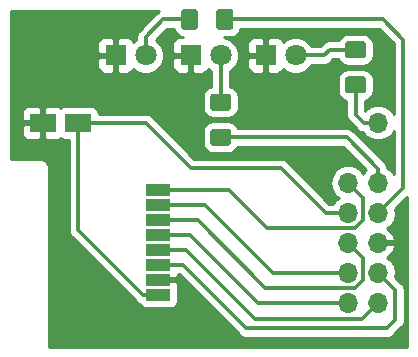
<source format=gbr>
G04 #@! TF.GenerationSoftware,KiCad,Pcbnew,(5.0.2)-1*
G04 #@! TF.CreationDate,2019-01-29T22:45:46+01:00*
G04 #@! TF.ProjectId,rpi_nrf24,7270695f-6e72-4663-9234-2e6b69636164,rev?*
G04 #@! TF.SameCoordinates,Original*
G04 #@! TF.FileFunction,Copper,L1,Top*
G04 #@! TF.FilePolarity,Positive*
%FSLAX46Y46*%
G04 Gerber Fmt 4.6, Leading zero omitted, Abs format (unit mm)*
G04 Created by KiCad (PCBNEW (5.0.2)-1) date 29/01/2019 22:45:46*
%MOMM*%
%LPD*%
G01*
G04 APERTURE LIST*
G04 #@! TA.AperFunction,Conductor*
%ADD10C,0.100000*%
G04 #@! TD*
G04 #@! TA.AperFunction,SMDPad,CuDef*
%ADD11C,1.425000*%
G04 #@! TD*
G04 #@! TA.AperFunction,ComponentPad*
%ADD12O,1.700000X1.700000*%
G04 #@! TD*
G04 #@! TA.AperFunction,SMDPad,CuDef*
%ADD13R,2.200000X1.600000*%
G04 #@! TD*
G04 #@! TA.AperFunction,ComponentPad*
%ADD14R,1.800000X1.800000*%
G04 #@! TD*
G04 #@! TA.AperFunction,ComponentPad*
%ADD15C,1.800000*%
G04 #@! TD*
G04 #@! TA.AperFunction,SMDPad,CuDef*
%ADD16R,2.000000X1.000000*%
G04 #@! TD*
G04 #@! TA.AperFunction,Conductor*
%ADD17C,0.300000*%
G04 #@! TD*
G04 #@! TA.AperFunction,Conductor*
%ADD18C,0.254000*%
G04 #@! TD*
G04 APERTURE END LIST*
D10*
G04 #@! TO.N,Net-(J1-Pad18)*
G04 #@! TO.C,R3*
G36*
X118941504Y-42695198D02*
X118965773Y-42698798D01*
X118989571Y-42704759D01*
X119012671Y-42713024D01*
X119034849Y-42723514D01*
X119055893Y-42736127D01*
X119075598Y-42750741D01*
X119093777Y-42767217D01*
X119110253Y-42785396D01*
X119124867Y-42805101D01*
X119137480Y-42826145D01*
X119147970Y-42848323D01*
X119156235Y-42871423D01*
X119162196Y-42895221D01*
X119165796Y-42919490D01*
X119167000Y-42943994D01*
X119167000Y-44193994D01*
X119165796Y-44218498D01*
X119162196Y-44242767D01*
X119156235Y-44266565D01*
X119147970Y-44289665D01*
X119137480Y-44311843D01*
X119124867Y-44332887D01*
X119110253Y-44352592D01*
X119093777Y-44370771D01*
X119075598Y-44387247D01*
X119055893Y-44401861D01*
X119034849Y-44414474D01*
X119012671Y-44424964D01*
X118989571Y-44433229D01*
X118965773Y-44439190D01*
X118941504Y-44442790D01*
X118917000Y-44443994D01*
X117992000Y-44443994D01*
X117967496Y-44442790D01*
X117943227Y-44439190D01*
X117919429Y-44433229D01*
X117896329Y-44424964D01*
X117874151Y-44414474D01*
X117853107Y-44401861D01*
X117833402Y-44387247D01*
X117815223Y-44370771D01*
X117798747Y-44352592D01*
X117784133Y-44332887D01*
X117771520Y-44311843D01*
X117761030Y-44289665D01*
X117752765Y-44266565D01*
X117746804Y-44242767D01*
X117743204Y-44218498D01*
X117742000Y-44193994D01*
X117742000Y-42943994D01*
X117743204Y-42919490D01*
X117746804Y-42895221D01*
X117752765Y-42871423D01*
X117761030Y-42848323D01*
X117771520Y-42826145D01*
X117784133Y-42805101D01*
X117798747Y-42785396D01*
X117815223Y-42767217D01*
X117833402Y-42750741D01*
X117853107Y-42736127D01*
X117874151Y-42723514D01*
X117896329Y-42713024D01*
X117919429Y-42704759D01*
X117943227Y-42698798D01*
X117967496Y-42695198D01*
X117992000Y-42693994D01*
X118917000Y-42693994D01*
X118941504Y-42695198D01*
X118941504Y-42695198D01*
G37*
D11*
G04 #@! TD*
G04 #@! TO.P,R3,2*
G04 #@! TO.N,Net-(J1-Pad18)*
X118454500Y-43568994D03*
D10*
G04 #@! TO.N,Net-(D3-Pad2)*
G04 #@! TO.C,R3*
G36*
X115966504Y-42695198D02*
X115990773Y-42698798D01*
X116014571Y-42704759D01*
X116037671Y-42713024D01*
X116059849Y-42723514D01*
X116080893Y-42736127D01*
X116100598Y-42750741D01*
X116118777Y-42767217D01*
X116135253Y-42785396D01*
X116149867Y-42805101D01*
X116162480Y-42826145D01*
X116172970Y-42848323D01*
X116181235Y-42871423D01*
X116187196Y-42895221D01*
X116190796Y-42919490D01*
X116192000Y-42943994D01*
X116192000Y-44193994D01*
X116190796Y-44218498D01*
X116187196Y-44242767D01*
X116181235Y-44266565D01*
X116172970Y-44289665D01*
X116162480Y-44311843D01*
X116149867Y-44332887D01*
X116135253Y-44352592D01*
X116118777Y-44370771D01*
X116100598Y-44387247D01*
X116080893Y-44401861D01*
X116059849Y-44414474D01*
X116037671Y-44424964D01*
X116014571Y-44433229D01*
X115990773Y-44439190D01*
X115966504Y-44442790D01*
X115942000Y-44443994D01*
X115017000Y-44443994D01*
X114992496Y-44442790D01*
X114968227Y-44439190D01*
X114944429Y-44433229D01*
X114921329Y-44424964D01*
X114899151Y-44414474D01*
X114878107Y-44401861D01*
X114858402Y-44387247D01*
X114840223Y-44370771D01*
X114823747Y-44352592D01*
X114809133Y-44332887D01*
X114796520Y-44311843D01*
X114786030Y-44289665D01*
X114777765Y-44266565D01*
X114771804Y-44242767D01*
X114768204Y-44218498D01*
X114767000Y-44193994D01*
X114767000Y-42943994D01*
X114768204Y-42919490D01*
X114771804Y-42895221D01*
X114777765Y-42871423D01*
X114786030Y-42848323D01*
X114796520Y-42826145D01*
X114809133Y-42805101D01*
X114823747Y-42785396D01*
X114840223Y-42767217D01*
X114858402Y-42750741D01*
X114878107Y-42736127D01*
X114899151Y-42723514D01*
X114921329Y-42713024D01*
X114944429Y-42704759D01*
X114968227Y-42698798D01*
X114992496Y-42695198D01*
X115017000Y-42693994D01*
X115942000Y-42693994D01*
X115966504Y-42695198D01*
X115966504Y-42695198D01*
G37*
D11*
G04 #@! TD*
G04 #@! TO.P,R3,1*
G04 #@! TO.N,Net-(D3-Pad2)*
X115479500Y-43568994D03*
D10*
G04 #@! TO.N,Net-(J1-Pad12)*
G04 #@! TO.C,R1*
G36*
X130189504Y-48401204D02*
X130213773Y-48404804D01*
X130237571Y-48410765D01*
X130260671Y-48419030D01*
X130282849Y-48429520D01*
X130303893Y-48442133D01*
X130323598Y-48456747D01*
X130341777Y-48473223D01*
X130358253Y-48491402D01*
X130372867Y-48511107D01*
X130385480Y-48532151D01*
X130395970Y-48554329D01*
X130404235Y-48577429D01*
X130410196Y-48601227D01*
X130413796Y-48625496D01*
X130415000Y-48650000D01*
X130415000Y-49575000D01*
X130413796Y-49599504D01*
X130410196Y-49623773D01*
X130404235Y-49647571D01*
X130395970Y-49670671D01*
X130385480Y-49692849D01*
X130372867Y-49713893D01*
X130358253Y-49733598D01*
X130341777Y-49751777D01*
X130323598Y-49768253D01*
X130303893Y-49782867D01*
X130282849Y-49795480D01*
X130260671Y-49805970D01*
X130237571Y-49814235D01*
X130213773Y-49820196D01*
X130189504Y-49823796D01*
X130165000Y-49825000D01*
X128915000Y-49825000D01*
X128890496Y-49823796D01*
X128866227Y-49820196D01*
X128842429Y-49814235D01*
X128819329Y-49805970D01*
X128797151Y-49795480D01*
X128776107Y-49782867D01*
X128756402Y-49768253D01*
X128738223Y-49751777D01*
X128721747Y-49733598D01*
X128707133Y-49713893D01*
X128694520Y-49692849D01*
X128684030Y-49670671D01*
X128675765Y-49647571D01*
X128669804Y-49623773D01*
X128666204Y-49599504D01*
X128665000Y-49575000D01*
X128665000Y-48650000D01*
X128666204Y-48625496D01*
X128669804Y-48601227D01*
X128675765Y-48577429D01*
X128684030Y-48554329D01*
X128694520Y-48532151D01*
X128707133Y-48511107D01*
X128721747Y-48491402D01*
X128738223Y-48473223D01*
X128756402Y-48456747D01*
X128776107Y-48442133D01*
X128797151Y-48429520D01*
X128819329Y-48419030D01*
X128842429Y-48410765D01*
X128866227Y-48404804D01*
X128890496Y-48401204D01*
X128915000Y-48400000D01*
X130165000Y-48400000D01*
X130189504Y-48401204D01*
X130189504Y-48401204D01*
G37*
D11*
G04 #@! TD*
G04 #@! TO.P,R1,2*
G04 #@! TO.N,Net-(J1-Pad12)*
X129540000Y-49112500D03*
D10*
G04 #@! TO.N,Net-(D1-Pad2)*
G04 #@! TO.C,R1*
G36*
X130189504Y-45426204D02*
X130213773Y-45429804D01*
X130237571Y-45435765D01*
X130260671Y-45444030D01*
X130282849Y-45454520D01*
X130303893Y-45467133D01*
X130323598Y-45481747D01*
X130341777Y-45498223D01*
X130358253Y-45516402D01*
X130372867Y-45536107D01*
X130385480Y-45557151D01*
X130395970Y-45579329D01*
X130404235Y-45602429D01*
X130410196Y-45626227D01*
X130413796Y-45650496D01*
X130415000Y-45675000D01*
X130415000Y-46600000D01*
X130413796Y-46624504D01*
X130410196Y-46648773D01*
X130404235Y-46672571D01*
X130395970Y-46695671D01*
X130385480Y-46717849D01*
X130372867Y-46738893D01*
X130358253Y-46758598D01*
X130341777Y-46776777D01*
X130323598Y-46793253D01*
X130303893Y-46807867D01*
X130282849Y-46820480D01*
X130260671Y-46830970D01*
X130237571Y-46839235D01*
X130213773Y-46845196D01*
X130189504Y-46848796D01*
X130165000Y-46850000D01*
X128915000Y-46850000D01*
X128890496Y-46848796D01*
X128866227Y-46845196D01*
X128842429Y-46839235D01*
X128819329Y-46830970D01*
X128797151Y-46820480D01*
X128776107Y-46807867D01*
X128756402Y-46793253D01*
X128738223Y-46776777D01*
X128721747Y-46758598D01*
X128707133Y-46738893D01*
X128694520Y-46717849D01*
X128684030Y-46695671D01*
X128675765Y-46672571D01*
X128669804Y-46648773D01*
X128666204Y-46624504D01*
X128665000Y-46600000D01*
X128665000Y-45675000D01*
X128666204Y-45650496D01*
X128669804Y-45626227D01*
X128675765Y-45602429D01*
X128684030Y-45579329D01*
X128694520Y-45557151D01*
X128707133Y-45536107D01*
X128721747Y-45516402D01*
X128738223Y-45498223D01*
X128756402Y-45481747D01*
X128776107Y-45467133D01*
X128797151Y-45454520D01*
X128819329Y-45444030D01*
X128842429Y-45435765D01*
X128866227Y-45429804D01*
X128890496Y-45426204D01*
X128915000Y-45425000D01*
X130165000Y-45425000D01*
X130189504Y-45426204D01*
X130189504Y-45426204D01*
G37*
D11*
G04 #@! TD*
G04 #@! TO.P,R1,1*
G04 #@! TO.N,Net-(D1-Pad2)*
X129540000Y-46137500D03*
D10*
G04 #@! TO.N,Net-(J1-Pad16)*
G04 #@! TO.C,R2*
G36*
X118759504Y-52846204D02*
X118783773Y-52849804D01*
X118807571Y-52855765D01*
X118830671Y-52864030D01*
X118852849Y-52874520D01*
X118873893Y-52887133D01*
X118893598Y-52901747D01*
X118911777Y-52918223D01*
X118928253Y-52936402D01*
X118942867Y-52956107D01*
X118955480Y-52977151D01*
X118965970Y-52999329D01*
X118974235Y-53022429D01*
X118980196Y-53046227D01*
X118983796Y-53070496D01*
X118985000Y-53095000D01*
X118985000Y-54020000D01*
X118983796Y-54044504D01*
X118980196Y-54068773D01*
X118974235Y-54092571D01*
X118965970Y-54115671D01*
X118955480Y-54137849D01*
X118942867Y-54158893D01*
X118928253Y-54178598D01*
X118911777Y-54196777D01*
X118893598Y-54213253D01*
X118873893Y-54227867D01*
X118852849Y-54240480D01*
X118830671Y-54250970D01*
X118807571Y-54259235D01*
X118783773Y-54265196D01*
X118759504Y-54268796D01*
X118735000Y-54270000D01*
X117485000Y-54270000D01*
X117460496Y-54268796D01*
X117436227Y-54265196D01*
X117412429Y-54259235D01*
X117389329Y-54250970D01*
X117367151Y-54240480D01*
X117346107Y-54227867D01*
X117326402Y-54213253D01*
X117308223Y-54196777D01*
X117291747Y-54178598D01*
X117277133Y-54158893D01*
X117264520Y-54137849D01*
X117254030Y-54115671D01*
X117245765Y-54092571D01*
X117239804Y-54068773D01*
X117236204Y-54044504D01*
X117235000Y-54020000D01*
X117235000Y-53095000D01*
X117236204Y-53070496D01*
X117239804Y-53046227D01*
X117245765Y-53022429D01*
X117254030Y-52999329D01*
X117264520Y-52977151D01*
X117277133Y-52956107D01*
X117291747Y-52936402D01*
X117308223Y-52918223D01*
X117326402Y-52901747D01*
X117346107Y-52887133D01*
X117367151Y-52874520D01*
X117389329Y-52864030D01*
X117412429Y-52855765D01*
X117436227Y-52849804D01*
X117460496Y-52846204D01*
X117485000Y-52845000D01*
X118735000Y-52845000D01*
X118759504Y-52846204D01*
X118759504Y-52846204D01*
G37*
D11*
G04 #@! TD*
G04 #@! TO.P,R2,2*
G04 #@! TO.N,Net-(J1-Pad16)*
X118110000Y-53557500D03*
D10*
G04 #@! TO.N,Net-(D2-Pad2)*
G04 #@! TO.C,R2*
G36*
X118759504Y-49871204D02*
X118783773Y-49874804D01*
X118807571Y-49880765D01*
X118830671Y-49889030D01*
X118852849Y-49899520D01*
X118873893Y-49912133D01*
X118893598Y-49926747D01*
X118911777Y-49943223D01*
X118928253Y-49961402D01*
X118942867Y-49981107D01*
X118955480Y-50002151D01*
X118965970Y-50024329D01*
X118974235Y-50047429D01*
X118980196Y-50071227D01*
X118983796Y-50095496D01*
X118985000Y-50120000D01*
X118985000Y-51045000D01*
X118983796Y-51069504D01*
X118980196Y-51093773D01*
X118974235Y-51117571D01*
X118965970Y-51140671D01*
X118955480Y-51162849D01*
X118942867Y-51183893D01*
X118928253Y-51203598D01*
X118911777Y-51221777D01*
X118893598Y-51238253D01*
X118873893Y-51252867D01*
X118852849Y-51265480D01*
X118830671Y-51275970D01*
X118807571Y-51284235D01*
X118783773Y-51290196D01*
X118759504Y-51293796D01*
X118735000Y-51295000D01*
X117485000Y-51295000D01*
X117460496Y-51293796D01*
X117436227Y-51290196D01*
X117412429Y-51284235D01*
X117389329Y-51275970D01*
X117367151Y-51265480D01*
X117346107Y-51252867D01*
X117326402Y-51238253D01*
X117308223Y-51221777D01*
X117291747Y-51203598D01*
X117277133Y-51183893D01*
X117264520Y-51162849D01*
X117254030Y-51140671D01*
X117245765Y-51117571D01*
X117239804Y-51093773D01*
X117236204Y-51069504D01*
X117235000Y-51045000D01*
X117235000Y-50120000D01*
X117236204Y-50095496D01*
X117239804Y-50071227D01*
X117245765Y-50047429D01*
X117254030Y-50024329D01*
X117264520Y-50002151D01*
X117277133Y-49981107D01*
X117291747Y-49961402D01*
X117308223Y-49943223D01*
X117326402Y-49926747D01*
X117346107Y-49912133D01*
X117367151Y-49899520D01*
X117389329Y-49889030D01*
X117412429Y-49880765D01*
X117436227Y-49874804D01*
X117460496Y-49871204D01*
X117485000Y-49870000D01*
X118735000Y-49870000D01*
X118759504Y-49871204D01*
X118759504Y-49871204D01*
G37*
D11*
G04 #@! TD*
G04 #@! TO.P,R2,1*
G04 #@! TO.N,Net-(D2-Pad2)*
X118110000Y-50582500D03*
D12*
G04 #@! TO.P,J1,12*
G04 #@! TO.N,Net-(J1-Pad12)*
X131445000Y-52331994D03*
G04 #@! TO.P,J1,15*
G04 #@! TO.N,Net-(J1-Pad15)*
X128905000Y-57411994D03*
G04 #@! TO.P,J1,16*
G04 #@! TO.N,Net-(J1-Pad16)*
X131445000Y-57411994D03*
G04 #@! TO.P,J1,17*
G04 #@! TO.N,Net-(C1-Pad1)*
X128905000Y-59951994D03*
G04 #@! TO.P,J1,18*
G04 #@! TO.N,Net-(J1-Pad18)*
X131445000Y-59951994D03*
G04 #@! TO.P,J1,19*
G04 #@! TO.N,Net-(J1-Pad19)*
X128905000Y-62491994D03*
G04 #@! TO.P,J1,20*
G04 #@! TO.N,Net-(C1-Pad2)*
X131445000Y-62491994D03*
G04 #@! TO.P,J1,21*
G04 #@! TO.N,Net-(J1-Pad21)*
X128905000Y-65031994D03*
G04 #@! TO.P,J1,22*
G04 #@! TO.N,Net-(J1-Pad22)*
X131445000Y-65031994D03*
G04 #@! TO.P,J1,23*
G04 #@! TO.N,Net-(J1-Pad23)*
X128905000Y-67571994D03*
G04 #@! TO.P,J1,24*
G04 #@! TO.N,Net-(J1-Pad24)*
X131445000Y-67571994D03*
G04 #@! TD*
D13*
G04 #@! TO.P,C1,1*
G04 #@! TO.N,Net-(C1-Pad1)*
X106045000Y-52331994D03*
G04 #@! TO.P,C1,2*
G04 #@! TO.N,Net-(C1-Pad2)*
X103045000Y-52331994D03*
G04 #@! TD*
D14*
G04 #@! TO.P,D1,1*
G04 #@! TO.N,Net-(C1-Pad2)*
X121920000Y-46616994D03*
D15*
G04 #@! TO.P,D1,2*
G04 #@! TO.N,Net-(D1-Pad2)*
X124460000Y-46616994D03*
G04 #@! TD*
G04 #@! TO.P,D2,2*
G04 #@! TO.N,Net-(D2-Pad2)*
X118110000Y-46616994D03*
D14*
G04 #@! TO.P,D2,1*
G04 #@! TO.N,Net-(C1-Pad2)*
X115570000Y-46616994D03*
G04 #@! TD*
G04 #@! TO.P,D3,1*
G04 #@! TO.N,Net-(C1-Pad2)*
X109220000Y-46616994D03*
D15*
G04 #@! TO.P,D3,2*
G04 #@! TO.N,Net-(D3-Pad2)*
X111760000Y-46616994D03*
G04 #@! TD*
D16*
G04 #@! TO.P,U1,8*
G04 #@! TO.N,Net-(J1-Pad15)*
X112840000Y-58001994D03*
G04 #@! TO.P,U1,7*
G04 #@! TO.N,Net-(J1-Pad21)*
X112840000Y-59271994D03*
G04 #@! TO.P,U1,6*
G04 #@! TO.N,Net-(J1-Pad19)*
X112840000Y-60541994D03*
G04 #@! TO.P,U1,5*
G04 #@! TO.N,Net-(J1-Pad23)*
X112840000Y-61811994D03*
G04 #@! TO.P,U1,4*
G04 #@! TO.N,Net-(J1-Pad24)*
X112840000Y-63081994D03*
G04 #@! TO.P,U1,3*
G04 #@! TO.N,Net-(J1-Pad22)*
X112840000Y-64351994D03*
G04 #@! TO.P,U1,1*
G04 #@! TO.N,Net-(C1-Pad2)*
X112840000Y-65621994D03*
G04 #@! TO.P,U1,2*
G04 #@! TO.N,Net-(C1-Pad1)*
X112840000Y-66891994D03*
G04 #@! TD*
D17*
G04 #@! TO.N,Net-(C1-Pad1)*
X106045000Y-53431994D02*
X106045000Y-52331994D01*
X106045000Y-61396994D02*
X106045000Y-53431994D01*
X111540000Y-66891994D02*
X106045000Y-61396994D01*
X112840000Y-66891994D02*
X111540000Y-66891994D01*
X127000000Y-59951994D02*
X128905000Y-59951994D01*
X123190000Y-56141994D02*
X127000000Y-59951994D01*
X115570000Y-56141994D02*
X123190000Y-56141994D01*
X106045000Y-52331994D02*
X111760000Y-52331994D01*
X111760000Y-52331994D02*
X115570000Y-56141994D01*
G04 #@! TO.N,Net-(D1-Pad2)*
X129540000Y-46137500D02*
X127344500Y-46137500D01*
X126865006Y-46616994D02*
X124460000Y-46616994D01*
X127344500Y-46137500D02*
X126865006Y-46616994D01*
G04 #@! TO.N,Net-(D2-Pad2)*
X118110000Y-50582500D02*
X118110000Y-46616994D01*
G04 #@! TO.N,Net-(D3-Pad2)*
X113276006Y-43568994D02*
X115479500Y-43568994D01*
X111760000Y-46616994D02*
X111760000Y-45085000D01*
X111760000Y-45085000D02*
X113276006Y-43568994D01*
G04 #@! TO.N,Net-(J1-Pad12)*
X131295000Y-52481994D02*
X131445000Y-52331994D01*
X129540000Y-49925000D02*
X129540000Y-49112500D01*
X129540000Y-51629075D02*
X129540000Y-49925000D01*
X130242919Y-52331994D02*
X129540000Y-51629075D01*
X131445000Y-52331994D02*
X130242919Y-52331994D01*
G04 #@! TO.N,Net-(J1-Pad15)*
X112840000Y-58001994D02*
X118827000Y-58001994D01*
X129754999Y-58261993D02*
X128905000Y-57411994D01*
X130155001Y-58661995D02*
X129754999Y-58261993D01*
X130155001Y-60551995D02*
X130155001Y-58661995D01*
X129505001Y-61201995D02*
X130155001Y-60551995D01*
X122027001Y-61201995D02*
X129505001Y-61201995D01*
X118827000Y-58001994D02*
X122027001Y-61201995D01*
G04 #@! TO.N,Net-(J1-Pad16)*
X128792587Y-53557500D02*
X118110000Y-53557500D01*
X131445000Y-57411994D02*
X131445000Y-56209913D01*
X131445000Y-56209913D02*
X128792587Y-53557500D01*
G04 #@! TO.N,Net-(J1-Pad18)*
X131833994Y-43568994D02*
X118454500Y-43568994D01*
X133540500Y-45275500D02*
X131833994Y-43568994D01*
X131445000Y-59951994D02*
X133540500Y-57856494D01*
X133540500Y-57856494D02*
X133540500Y-45275500D01*
G04 #@! TO.N,Net-(J1-Pad19)*
X116160000Y-60541994D02*
X112840000Y-60541994D01*
X121900001Y-66281995D02*
X116160000Y-60541994D01*
X129505001Y-66281995D02*
X121900001Y-66281995D01*
X130155001Y-65631995D02*
X129505001Y-66281995D01*
X128905000Y-62491994D02*
X130155001Y-63741995D01*
X130155001Y-63741995D02*
X130155001Y-65631995D01*
G04 #@! TO.N,Net-(J1-Pad21)*
X122555000Y-65031994D02*
X128905000Y-65031994D01*
X112840000Y-59271994D02*
X116795000Y-59271994D01*
X116795000Y-59271994D02*
X122555000Y-65031994D01*
G04 #@! TO.N,Net-(J1-Pad22)*
X132294999Y-65881993D02*
X131445000Y-65031994D01*
X114890000Y-64351994D02*
X120269000Y-69730994D01*
X112840000Y-64351994D02*
X114890000Y-64351994D01*
X120269000Y-69730994D02*
X132207000Y-69730994D01*
X132207000Y-69730994D02*
X132905500Y-69032494D01*
X132905500Y-69032494D02*
X132905500Y-66492494D01*
X132905500Y-66492494D02*
X132294999Y-65881993D01*
G04 #@! TO.N,Net-(J1-Pad23)*
X121285000Y-67571994D02*
X128905000Y-67571994D01*
X112840000Y-61811994D02*
X115525000Y-61811994D01*
X115525000Y-61811994D02*
X121285000Y-67571994D01*
G04 #@! TO.N,Net-(J1-Pad24)*
X115151994Y-63081994D02*
X112840000Y-63081994D01*
X121031000Y-68961000D02*
X115151994Y-63081994D01*
X131445000Y-67571994D02*
X130055994Y-68961000D01*
X130055994Y-68961000D02*
X121031000Y-68961000D01*
G04 #@! TD*
D18*
G04 #@! TO.N,Net-(C1-Pad2)*
G36*
X112775597Y-42959245D02*
X112775595Y-42959247D01*
X112710053Y-43003041D01*
X112666259Y-43068583D01*
X111259590Y-44475253D01*
X111194048Y-44519047D01*
X111150254Y-44584589D01*
X111150251Y-44584592D01*
X111020546Y-44778709D01*
X110959622Y-45085000D01*
X110975001Y-45162316D01*
X110975001Y-45280680D01*
X110890493Y-45315684D01*
X110714139Y-45492038D01*
X110658327Y-45357295D01*
X110479698Y-45178667D01*
X110246309Y-45081994D01*
X109505750Y-45081994D01*
X109347000Y-45240744D01*
X109347000Y-46489994D01*
X109367000Y-46489994D01*
X109367000Y-46743994D01*
X109347000Y-46743994D01*
X109347000Y-47993244D01*
X109505750Y-48151994D01*
X110246309Y-48151994D01*
X110479698Y-48055321D01*
X110658327Y-47876693D01*
X110714139Y-47741950D01*
X110890493Y-47918304D01*
X111454670Y-48151994D01*
X112065330Y-48151994D01*
X112629507Y-47918304D01*
X113061310Y-47486501D01*
X113295000Y-46922324D01*
X113295000Y-46902744D01*
X114035000Y-46902744D01*
X114035000Y-47643304D01*
X114131673Y-47876693D01*
X114310302Y-48055321D01*
X114543691Y-48151994D01*
X115284250Y-48151994D01*
X115443000Y-47993244D01*
X115443000Y-46743994D01*
X114193750Y-46743994D01*
X114035000Y-46902744D01*
X113295000Y-46902744D01*
X113295000Y-46311664D01*
X113061310Y-45747487D01*
X112634490Y-45320667D01*
X113601164Y-44353994D01*
X114151386Y-44353994D01*
X114187874Y-44537429D01*
X114382414Y-44828580D01*
X114673565Y-45023120D01*
X114969542Y-45081994D01*
X114543691Y-45081994D01*
X114310302Y-45178667D01*
X114131673Y-45357295D01*
X114035000Y-45590684D01*
X114035000Y-46331244D01*
X114193750Y-46489994D01*
X115443000Y-46489994D01*
X115443000Y-46469994D01*
X115697000Y-46469994D01*
X115697000Y-46489994D01*
X115717000Y-46489994D01*
X115717000Y-46743994D01*
X115697000Y-46743994D01*
X115697000Y-47993244D01*
X115855750Y-48151994D01*
X116596309Y-48151994D01*
X116829698Y-48055321D01*
X117008327Y-47876693D01*
X117064139Y-47741950D01*
X117240493Y-47918304D01*
X117325001Y-47953308D01*
X117325000Y-49254386D01*
X117141565Y-49290874D01*
X116850414Y-49485414D01*
X116655874Y-49776565D01*
X116587560Y-50120000D01*
X116587560Y-51045000D01*
X116655874Y-51388435D01*
X116850414Y-51679586D01*
X117141565Y-51874126D01*
X117485000Y-51942440D01*
X118735000Y-51942440D01*
X119078435Y-51874126D01*
X119369586Y-51679586D01*
X119564126Y-51388435D01*
X119632440Y-51045000D01*
X119632440Y-50120000D01*
X119564126Y-49776565D01*
X119369586Y-49485414D01*
X119078435Y-49290874D01*
X118895000Y-49254386D01*
X118895000Y-47953308D01*
X118979507Y-47918304D01*
X119411310Y-47486501D01*
X119645000Y-46922324D01*
X119645000Y-46902744D01*
X120385000Y-46902744D01*
X120385000Y-47643304D01*
X120481673Y-47876693D01*
X120660302Y-48055321D01*
X120893691Y-48151994D01*
X121634250Y-48151994D01*
X121793000Y-47993244D01*
X121793000Y-46743994D01*
X120543750Y-46743994D01*
X120385000Y-46902744D01*
X119645000Y-46902744D01*
X119645000Y-46311664D01*
X119411310Y-45747487D01*
X119254507Y-45590684D01*
X120385000Y-45590684D01*
X120385000Y-46331244D01*
X120543750Y-46489994D01*
X121793000Y-46489994D01*
X121793000Y-45240744D01*
X122047000Y-45240744D01*
X122047000Y-46489994D01*
X122067000Y-46489994D01*
X122067000Y-46743994D01*
X122047000Y-46743994D01*
X122047000Y-47993244D01*
X122205750Y-48151994D01*
X122946309Y-48151994D01*
X123179698Y-48055321D01*
X123358327Y-47876693D01*
X123414139Y-47741950D01*
X123590493Y-47918304D01*
X124154670Y-48151994D01*
X124765330Y-48151994D01*
X125329507Y-47918304D01*
X125761310Y-47486501D01*
X125796314Y-47401994D01*
X126787694Y-47401994D01*
X126865006Y-47417372D01*
X126942318Y-47401994D01*
X126942322Y-47401994D01*
X127171298Y-47356448D01*
X127430959Y-47182947D01*
X127474755Y-47117402D01*
X127669657Y-46922500D01*
X128081710Y-46922500D01*
X128085874Y-46943435D01*
X128280414Y-47234586D01*
X128571565Y-47429126D01*
X128915000Y-47497440D01*
X130165000Y-47497440D01*
X130508435Y-47429126D01*
X130799586Y-47234586D01*
X130994126Y-46943435D01*
X131062440Y-46600000D01*
X131062440Y-45675000D01*
X130994126Y-45331565D01*
X130799586Y-45040414D01*
X130508435Y-44845874D01*
X130165000Y-44777560D01*
X128915000Y-44777560D01*
X128571565Y-44845874D01*
X128280414Y-45040414D01*
X128085874Y-45331565D01*
X128081710Y-45352500D01*
X127421812Y-45352500D01*
X127344500Y-45337122D01*
X127267188Y-45352500D01*
X127267184Y-45352500D01*
X127038208Y-45398046D01*
X126778547Y-45571547D01*
X126734751Y-45637092D01*
X126539849Y-45831994D01*
X125796314Y-45831994D01*
X125761310Y-45747487D01*
X125329507Y-45315684D01*
X124765330Y-45081994D01*
X124154670Y-45081994D01*
X123590493Y-45315684D01*
X123414139Y-45492038D01*
X123358327Y-45357295D01*
X123179698Y-45178667D01*
X122946309Y-45081994D01*
X122205750Y-45081994D01*
X122047000Y-45240744D01*
X121793000Y-45240744D01*
X121634250Y-45081994D01*
X120893691Y-45081994D01*
X120660302Y-45178667D01*
X120481673Y-45357295D01*
X120385000Y-45590684D01*
X119254507Y-45590684D01*
X118979507Y-45315684D01*
X118438120Y-45091434D01*
X118917000Y-45091434D01*
X119260435Y-45023120D01*
X119551586Y-44828580D01*
X119746126Y-44537429D01*
X119782614Y-44353994D01*
X131508837Y-44353994D01*
X132755501Y-45600659D01*
X132755500Y-51620368D01*
X132515625Y-51261369D01*
X132024418Y-50933155D01*
X131591256Y-50846994D01*
X131298744Y-50846994D01*
X130865582Y-50933155D01*
X130374375Y-51261369D01*
X130337555Y-51316473D01*
X130325000Y-51303918D01*
X130325000Y-50440614D01*
X130508435Y-50404126D01*
X130799586Y-50209586D01*
X130994126Y-49918435D01*
X131062440Y-49575000D01*
X131062440Y-48650000D01*
X130994126Y-48306565D01*
X130799586Y-48015414D01*
X130508435Y-47820874D01*
X130165000Y-47752560D01*
X128915000Y-47752560D01*
X128571565Y-47820874D01*
X128280414Y-48015414D01*
X128085874Y-48306565D01*
X128017560Y-48650000D01*
X128017560Y-49575000D01*
X128085874Y-49918435D01*
X128280414Y-50209586D01*
X128571565Y-50404126D01*
X128755001Y-50440614D01*
X128755000Y-51551763D01*
X128739622Y-51629075D01*
X128755000Y-51706387D01*
X128755000Y-51706390D01*
X128800546Y-51935366D01*
X128974047Y-52195028D01*
X129039592Y-52238824D01*
X129633170Y-52832402D01*
X129676966Y-52897947D01*
X129936627Y-53071448D01*
X130165603Y-53116994D01*
X130165607Y-53116994D01*
X130186273Y-53121105D01*
X130374375Y-53402619D01*
X130865582Y-53730833D01*
X131298744Y-53816994D01*
X131591256Y-53816994D01*
X132024418Y-53730833D01*
X132515625Y-53402619D01*
X132755500Y-53043620D01*
X132755500Y-56700367D01*
X132515625Y-56341369D01*
X132234111Y-56153267D01*
X132230000Y-56132601D01*
X132230000Y-56132597D01*
X132184454Y-55903621D01*
X132139072Y-55835702D01*
X132054749Y-55709504D01*
X132054747Y-55709502D01*
X132010953Y-55643960D01*
X131945411Y-55600166D01*
X129402336Y-53057092D01*
X129358540Y-52991547D01*
X129098879Y-52818046D01*
X128869903Y-52772500D01*
X128869899Y-52772500D01*
X128792587Y-52757122D01*
X128715275Y-52772500D01*
X119568290Y-52772500D01*
X119564126Y-52751565D01*
X119369586Y-52460414D01*
X119078435Y-52265874D01*
X118735000Y-52197560D01*
X117485000Y-52197560D01*
X117141565Y-52265874D01*
X116850414Y-52460414D01*
X116655874Y-52751565D01*
X116587560Y-53095000D01*
X116587560Y-54020000D01*
X116655874Y-54363435D01*
X116850414Y-54654586D01*
X117141565Y-54849126D01*
X117485000Y-54917440D01*
X118735000Y-54917440D01*
X119078435Y-54849126D01*
X119369586Y-54654586D01*
X119564126Y-54363435D01*
X119568290Y-54342500D01*
X128467430Y-54342500D01*
X130429479Y-56304550D01*
X130374375Y-56341369D01*
X130175000Y-56639755D01*
X129975625Y-56341369D01*
X129484418Y-56013155D01*
X129051256Y-55926994D01*
X128758744Y-55926994D01*
X128325582Y-56013155D01*
X127834375Y-56341369D01*
X127506161Y-56832576D01*
X127390908Y-57411994D01*
X127506161Y-57991412D01*
X127834375Y-58482619D01*
X128132761Y-58681994D01*
X127834375Y-58881369D01*
X127643526Y-59166994D01*
X127325157Y-59166994D01*
X123799749Y-55641586D01*
X123755953Y-55576041D01*
X123496292Y-55402540D01*
X123267316Y-55356994D01*
X123267312Y-55356994D01*
X123190000Y-55341616D01*
X123112688Y-55356994D01*
X115895157Y-55356994D01*
X112369749Y-51831586D01*
X112325953Y-51766041D01*
X112066292Y-51592540D01*
X111837316Y-51546994D01*
X111837312Y-51546994D01*
X111760000Y-51531616D01*
X111682688Y-51546994D01*
X107792440Y-51546994D01*
X107792440Y-51531994D01*
X107743157Y-51284229D01*
X107602809Y-51074185D01*
X107392765Y-50933837D01*
X107145000Y-50884554D01*
X104945000Y-50884554D01*
X104697235Y-50933837D01*
X104545953Y-51034921D01*
X104504698Y-50993667D01*
X104271309Y-50896994D01*
X103330750Y-50896994D01*
X103172000Y-51055744D01*
X103172000Y-52204994D01*
X103192000Y-52204994D01*
X103192000Y-52458994D01*
X103172000Y-52458994D01*
X103172000Y-53608244D01*
X103330750Y-53766994D01*
X104271309Y-53766994D01*
X104504698Y-53670321D01*
X104545953Y-53629067D01*
X104697235Y-53730151D01*
X104945000Y-53779434D01*
X105260001Y-53779434D01*
X105260000Y-61319682D01*
X105244622Y-61396994D01*
X105260000Y-61474306D01*
X105260000Y-61474309D01*
X105266759Y-61508287D01*
X105305546Y-61703285D01*
X105425124Y-61882245D01*
X105479047Y-61962947D01*
X105544592Y-62006743D01*
X110930251Y-67392402D01*
X110974047Y-67457947D01*
X111233708Y-67631448D01*
X111240457Y-67632790D01*
X111241843Y-67639759D01*
X111382191Y-67849803D01*
X111592235Y-67990151D01*
X111840000Y-68039434D01*
X113840000Y-68039434D01*
X114087765Y-67990151D01*
X114297809Y-67849803D01*
X114438157Y-67639759D01*
X114487440Y-67391994D01*
X114487440Y-66391994D01*
X114464095Y-66274630D01*
X114475000Y-66248303D01*
X114475000Y-65907744D01*
X114316250Y-65748994D01*
X113862322Y-65748994D01*
X113840000Y-65744554D01*
X112693000Y-65744554D01*
X112693000Y-65499434D01*
X113840000Y-65499434D01*
X113862322Y-65494994D01*
X114316250Y-65494994D01*
X114475000Y-65336244D01*
X114475000Y-65136994D01*
X114564843Y-65136994D01*
X119659251Y-70231402D01*
X119703047Y-70296947D01*
X119962708Y-70470448D01*
X120191684Y-70515994D01*
X120191688Y-70515994D01*
X120269000Y-70531372D01*
X120346312Y-70515994D01*
X132129688Y-70515994D01*
X132207000Y-70531372D01*
X132284312Y-70515994D01*
X132284316Y-70515994D01*
X132513292Y-70470448D01*
X132772953Y-70296947D01*
X132816749Y-70231402D01*
X133405911Y-69642241D01*
X133471453Y-69598447D01*
X133515247Y-69532905D01*
X133515249Y-69532903D01*
X133565385Y-69457869D01*
X133644954Y-69338786D01*
X133690500Y-69109810D01*
X133690500Y-69109806D01*
X133705878Y-69032495D01*
X133690500Y-68955184D01*
X133690500Y-66569806D01*
X133705878Y-66492494D01*
X133690500Y-66415182D01*
X133690500Y-66415178D01*
X133644954Y-66186202D01*
X133622462Y-66152540D01*
X133515249Y-65992085D01*
X133515247Y-65992083D01*
X133471453Y-65926541D01*
X133405910Y-65882747D01*
X132904750Y-65381587D01*
X132904748Y-65381584D01*
X132892075Y-65368911D01*
X132959092Y-65031994D01*
X132843839Y-64452576D01*
X132515625Y-63961369D01*
X132196522Y-63748151D01*
X132326358Y-63687177D01*
X132716645Y-63258918D01*
X132886476Y-62848884D01*
X132765155Y-62618994D01*
X131572000Y-62618994D01*
X131572000Y-62638994D01*
X131318000Y-62638994D01*
X131318000Y-62618994D01*
X131298000Y-62618994D01*
X131298000Y-62364994D01*
X131318000Y-62364994D01*
X131318000Y-62344994D01*
X131572000Y-62344994D01*
X131572000Y-62364994D01*
X132765155Y-62364994D01*
X132886476Y-62135104D01*
X132716645Y-61725070D01*
X132326358Y-61296811D01*
X132196522Y-61235837D01*
X132515625Y-61022619D01*
X132843839Y-60531412D01*
X132959092Y-59951994D01*
X132892075Y-59615076D01*
X133910000Y-58597151D01*
X133910000Y-71306994D01*
X103580000Y-71306994D01*
X103580000Y-56211920D01*
X103593909Y-56141994D01*
X103568282Y-56013155D01*
X103538805Y-55864966D01*
X103434928Y-55709504D01*
X103381881Y-55630113D01*
X103147028Y-55473189D01*
X102939926Y-55431994D01*
X102939925Y-55431994D01*
X102870000Y-55418085D01*
X102800074Y-55431994D01*
X100405000Y-55431994D01*
X100405000Y-52617744D01*
X101310000Y-52617744D01*
X101310000Y-53258304D01*
X101406673Y-53491693D01*
X101585302Y-53670321D01*
X101818691Y-53766994D01*
X102759250Y-53766994D01*
X102918000Y-53608244D01*
X102918000Y-52458994D01*
X101468750Y-52458994D01*
X101310000Y-52617744D01*
X100405000Y-52617744D01*
X100405000Y-51405684D01*
X101310000Y-51405684D01*
X101310000Y-52046244D01*
X101468750Y-52204994D01*
X102918000Y-52204994D01*
X102918000Y-51055744D01*
X102759250Y-50896994D01*
X101818691Y-50896994D01*
X101585302Y-50993667D01*
X101406673Y-51172295D01*
X101310000Y-51405684D01*
X100405000Y-51405684D01*
X100405000Y-46902744D01*
X107685000Y-46902744D01*
X107685000Y-47643304D01*
X107781673Y-47876693D01*
X107960302Y-48055321D01*
X108193691Y-48151994D01*
X108934250Y-48151994D01*
X109093000Y-47993244D01*
X109093000Y-46743994D01*
X107843750Y-46743994D01*
X107685000Y-46902744D01*
X100405000Y-46902744D01*
X100405000Y-45590684D01*
X107685000Y-45590684D01*
X107685000Y-46331244D01*
X107843750Y-46489994D01*
X109093000Y-46489994D01*
X109093000Y-45240744D01*
X108934250Y-45081994D01*
X108193691Y-45081994D01*
X107960302Y-45178667D01*
X107781673Y-45357295D01*
X107685000Y-45590684D01*
X100405000Y-45590684D01*
X100405000Y-42881994D01*
X112891212Y-42881994D01*
X112775597Y-42959245D01*
X112775597Y-42959245D01*
G37*
X112775597Y-42959245D02*
X112775595Y-42959247D01*
X112710053Y-43003041D01*
X112666259Y-43068583D01*
X111259590Y-44475253D01*
X111194048Y-44519047D01*
X111150254Y-44584589D01*
X111150251Y-44584592D01*
X111020546Y-44778709D01*
X110959622Y-45085000D01*
X110975001Y-45162316D01*
X110975001Y-45280680D01*
X110890493Y-45315684D01*
X110714139Y-45492038D01*
X110658327Y-45357295D01*
X110479698Y-45178667D01*
X110246309Y-45081994D01*
X109505750Y-45081994D01*
X109347000Y-45240744D01*
X109347000Y-46489994D01*
X109367000Y-46489994D01*
X109367000Y-46743994D01*
X109347000Y-46743994D01*
X109347000Y-47993244D01*
X109505750Y-48151994D01*
X110246309Y-48151994D01*
X110479698Y-48055321D01*
X110658327Y-47876693D01*
X110714139Y-47741950D01*
X110890493Y-47918304D01*
X111454670Y-48151994D01*
X112065330Y-48151994D01*
X112629507Y-47918304D01*
X113061310Y-47486501D01*
X113295000Y-46922324D01*
X113295000Y-46902744D01*
X114035000Y-46902744D01*
X114035000Y-47643304D01*
X114131673Y-47876693D01*
X114310302Y-48055321D01*
X114543691Y-48151994D01*
X115284250Y-48151994D01*
X115443000Y-47993244D01*
X115443000Y-46743994D01*
X114193750Y-46743994D01*
X114035000Y-46902744D01*
X113295000Y-46902744D01*
X113295000Y-46311664D01*
X113061310Y-45747487D01*
X112634490Y-45320667D01*
X113601164Y-44353994D01*
X114151386Y-44353994D01*
X114187874Y-44537429D01*
X114382414Y-44828580D01*
X114673565Y-45023120D01*
X114969542Y-45081994D01*
X114543691Y-45081994D01*
X114310302Y-45178667D01*
X114131673Y-45357295D01*
X114035000Y-45590684D01*
X114035000Y-46331244D01*
X114193750Y-46489994D01*
X115443000Y-46489994D01*
X115443000Y-46469994D01*
X115697000Y-46469994D01*
X115697000Y-46489994D01*
X115717000Y-46489994D01*
X115717000Y-46743994D01*
X115697000Y-46743994D01*
X115697000Y-47993244D01*
X115855750Y-48151994D01*
X116596309Y-48151994D01*
X116829698Y-48055321D01*
X117008327Y-47876693D01*
X117064139Y-47741950D01*
X117240493Y-47918304D01*
X117325001Y-47953308D01*
X117325000Y-49254386D01*
X117141565Y-49290874D01*
X116850414Y-49485414D01*
X116655874Y-49776565D01*
X116587560Y-50120000D01*
X116587560Y-51045000D01*
X116655874Y-51388435D01*
X116850414Y-51679586D01*
X117141565Y-51874126D01*
X117485000Y-51942440D01*
X118735000Y-51942440D01*
X119078435Y-51874126D01*
X119369586Y-51679586D01*
X119564126Y-51388435D01*
X119632440Y-51045000D01*
X119632440Y-50120000D01*
X119564126Y-49776565D01*
X119369586Y-49485414D01*
X119078435Y-49290874D01*
X118895000Y-49254386D01*
X118895000Y-47953308D01*
X118979507Y-47918304D01*
X119411310Y-47486501D01*
X119645000Y-46922324D01*
X119645000Y-46902744D01*
X120385000Y-46902744D01*
X120385000Y-47643304D01*
X120481673Y-47876693D01*
X120660302Y-48055321D01*
X120893691Y-48151994D01*
X121634250Y-48151994D01*
X121793000Y-47993244D01*
X121793000Y-46743994D01*
X120543750Y-46743994D01*
X120385000Y-46902744D01*
X119645000Y-46902744D01*
X119645000Y-46311664D01*
X119411310Y-45747487D01*
X119254507Y-45590684D01*
X120385000Y-45590684D01*
X120385000Y-46331244D01*
X120543750Y-46489994D01*
X121793000Y-46489994D01*
X121793000Y-45240744D01*
X122047000Y-45240744D01*
X122047000Y-46489994D01*
X122067000Y-46489994D01*
X122067000Y-46743994D01*
X122047000Y-46743994D01*
X122047000Y-47993244D01*
X122205750Y-48151994D01*
X122946309Y-48151994D01*
X123179698Y-48055321D01*
X123358327Y-47876693D01*
X123414139Y-47741950D01*
X123590493Y-47918304D01*
X124154670Y-48151994D01*
X124765330Y-48151994D01*
X125329507Y-47918304D01*
X125761310Y-47486501D01*
X125796314Y-47401994D01*
X126787694Y-47401994D01*
X126865006Y-47417372D01*
X126942318Y-47401994D01*
X126942322Y-47401994D01*
X127171298Y-47356448D01*
X127430959Y-47182947D01*
X127474755Y-47117402D01*
X127669657Y-46922500D01*
X128081710Y-46922500D01*
X128085874Y-46943435D01*
X128280414Y-47234586D01*
X128571565Y-47429126D01*
X128915000Y-47497440D01*
X130165000Y-47497440D01*
X130508435Y-47429126D01*
X130799586Y-47234586D01*
X130994126Y-46943435D01*
X131062440Y-46600000D01*
X131062440Y-45675000D01*
X130994126Y-45331565D01*
X130799586Y-45040414D01*
X130508435Y-44845874D01*
X130165000Y-44777560D01*
X128915000Y-44777560D01*
X128571565Y-44845874D01*
X128280414Y-45040414D01*
X128085874Y-45331565D01*
X128081710Y-45352500D01*
X127421812Y-45352500D01*
X127344500Y-45337122D01*
X127267188Y-45352500D01*
X127267184Y-45352500D01*
X127038208Y-45398046D01*
X126778547Y-45571547D01*
X126734751Y-45637092D01*
X126539849Y-45831994D01*
X125796314Y-45831994D01*
X125761310Y-45747487D01*
X125329507Y-45315684D01*
X124765330Y-45081994D01*
X124154670Y-45081994D01*
X123590493Y-45315684D01*
X123414139Y-45492038D01*
X123358327Y-45357295D01*
X123179698Y-45178667D01*
X122946309Y-45081994D01*
X122205750Y-45081994D01*
X122047000Y-45240744D01*
X121793000Y-45240744D01*
X121634250Y-45081994D01*
X120893691Y-45081994D01*
X120660302Y-45178667D01*
X120481673Y-45357295D01*
X120385000Y-45590684D01*
X119254507Y-45590684D01*
X118979507Y-45315684D01*
X118438120Y-45091434D01*
X118917000Y-45091434D01*
X119260435Y-45023120D01*
X119551586Y-44828580D01*
X119746126Y-44537429D01*
X119782614Y-44353994D01*
X131508837Y-44353994D01*
X132755501Y-45600659D01*
X132755500Y-51620368D01*
X132515625Y-51261369D01*
X132024418Y-50933155D01*
X131591256Y-50846994D01*
X131298744Y-50846994D01*
X130865582Y-50933155D01*
X130374375Y-51261369D01*
X130337555Y-51316473D01*
X130325000Y-51303918D01*
X130325000Y-50440614D01*
X130508435Y-50404126D01*
X130799586Y-50209586D01*
X130994126Y-49918435D01*
X131062440Y-49575000D01*
X131062440Y-48650000D01*
X130994126Y-48306565D01*
X130799586Y-48015414D01*
X130508435Y-47820874D01*
X130165000Y-47752560D01*
X128915000Y-47752560D01*
X128571565Y-47820874D01*
X128280414Y-48015414D01*
X128085874Y-48306565D01*
X128017560Y-48650000D01*
X128017560Y-49575000D01*
X128085874Y-49918435D01*
X128280414Y-50209586D01*
X128571565Y-50404126D01*
X128755001Y-50440614D01*
X128755000Y-51551763D01*
X128739622Y-51629075D01*
X128755000Y-51706387D01*
X128755000Y-51706390D01*
X128800546Y-51935366D01*
X128974047Y-52195028D01*
X129039592Y-52238824D01*
X129633170Y-52832402D01*
X129676966Y-52897947D01*
X129936627Y-53071448D01*
X130165603Y-53116994D01*
X130165607Y-53116994D01*
X130186273Y-53121105D01*
X130374375Y-53402619D01*
X130865582Y-53730833D01*
X131298744Y-53816994D01*
X131591256Y-53816994D01*
X132024418Y-53730833D01*
X132515625Y-53402619D01*
X132755500Y-53043620D01*
X132755500Y-56700367D01*
X132515625Y-56341369D01*
X132234111Y-56153267D01*
X132230000Y-56132601D01*
X132230000Y-56132597D01*
X132184454Y-55903621D01*
X132139072Y-55835702D01*
X132054749Y-55709504D01*
X132054747Y-55709502D01*
X132010953Y-55643960D01*
X131945411Y-55600166D01*
X129402336Y-53057092D01*
X129358540Y-52991547D01*
X129098879Y-52818046D01*
X128869903Y-52772500D01*
X128869899Y-52772500D01*
X128792587Y-52757122D01*
X128715275Y-52772500D01*
X119568290Y-52772500D01*
X119564126Y-52751565D01*
X119369586Y-52460414D01*
X119078435Y-52265874D01*
X118735000Y-52197560D01*
X117485000Y-52197560D01*
X117141565Y-52265874D01*
X116850414Y-52460414D01*
X116655874Y-52751565D01*
X116587560Y-53095000D01*
X116587560Y-54020000D01*
X116655874Y-54363435D01*
X116850414Y-54654586D01*
X117141565Y-54849126D01*
X117485000Y-54917440D01*
X118735000Y-54917440D01*
X119078435Y-54849126D01*
X119369586Y-54654586D01*
X119564126Y-54363435D01*
X119568290Y-54342500D01*
X128467430Y-54342500D01*
X130429479Y-56304550D01*
X130374375Y-56341369D01*
X130175000Y-56639755D01*
X129975625Y-56341369D01*
X129484418Y-56013155D01*
X129051256Y-55926994D01*
X128758744Y-55926994D01*
X128325582Y-56013155D01*
X127834375Y-56341369D01*
X127506161Y-56832576D01*
X127390908Y-57411994D01*
X127506161Y-57991412D01*
X127834375Y-58482619D01*
X128132761Y-58681994D01*
X127834375Y-58881369D01*
X127643526Y-59166994D01*
X127325157Y-59166994D01*
X123799749Y-55641586D01*
X123755953Y-55576041D01*
X123496292Y-55402540D01*
X123267316Y-55356994D01*
X123267312Y-55356994D01*
X123190000Y-55341616D01*
X123112688Y-55356994D01*
X115895157Y-55356994D01*
X112369749Y-51831586D01*
X112325953Y-51766041D01*
X112066292Y-51592540D01*
X111837316Y-51546994D01*
X111837312Y-51546994D01*
X111760000Y-51531616D01*
X111682688Y-51546994D01*
X107792440Y-51546994D01*
X107792440Y-51531994D01*
X107743157Y-51284229D01*
X107602809Y-51074185D01*
X107392765Y-50933837D01*
X107145000Y-50884554D01*
X104945000Y-50884554D01*
X104697235Y-50933837D01*
X104545953Y-51034921D01*
X104504698Y-50993667D01*
X104271309Y-50896994D01*
X103330750Y-50896994D01*
X103172000Y-51055744D01*
X103172000Y-52204994D01*
X103192000Y-52204994D01*
X103192000Y-52458994D01*
X103172000Y-52458994D01*
X103172000Y-53608244D01*
X103330750Y-53766994D01*
X104271309Y-53766994D01*
X104504698Y-53670321D01*
X104545953Y-53629067D01*
X104697235Y-53730151D01*
X104945000Y-53779434D01*
X105260001Y-53779434D01*
X105260000Y-61319682D01*
X105244622Y-61396994D01*
X105260000Y-61474306D01*
X105260000Y-61474309D01*
X105266759Y-61508287D01*
X105305546Y-61703285D01*
X105425124Y-61882245D01*
X105479047Y-61962947D01*
X105544592Y-62006743D01*
X110930251Y-67392402D01*
X110974047Y-67457947D01*
X111233708Y-67631448D01*
X111240457Y-67632790D01*
X111241843Y-67639759D01*
X111382191Y-67849803D01*
X111592235Y-67990151D01*
X111840000Y-68039434D01*
X113840000Y-68039434D01*
X114087765Y-67990151D01*
X114297809Y-67849803D01*
X114438157Y-67639759D01*
X114487440Y-67391994D01*
X114487440Y-66391994D01*
X114464095Y-66274630D01*
X114475000Y-66248303D01*
X114475000Y-65907744D01*
X114316250Y-65748994D01*
X113862322Y-65748994D01*
X113840000Y-65744554D01*
X112693000Y-65744554D01*
X112693000Y-65499434D01*
X113840000Y-65499434D01*
X113862322Y-65494994D01*
X114316250Y-65494994D01*
X114475000Y-65336244D01*
X114475000Y-65136994D01*
X114564843Y-65136994D01*
X119659251Y-70231402D01*
X119703047Y-70296947D01*
X119962708Y-70470448D01*
X120191684Y-70515994D01*
X120191688Y-70515994D01*
X120269000Y-70531372D01*
X120346312Y-70515994D01*
X132129688Y-70515994D01*
X132207000Y-70531372D01*
X132284312Y-70515994D01*
X132284316Y-70515994D01*
X132513292Y-70470448D01*
X132772953Y-70296947D01*
X132816749Y-70231402D01*
X133405911Y-69642241D01*
X133471453Y-69598447D01*
X133515247Y-69532905D01*
X133515249Y-69532903D01*
X133565385Y-69457869D01*
X133644954Y-69338786D01*
X133690500Y-69109810D01*
X133690500Y-69109806D01*
X133705878Y-69032495D01*
X133690500Y-68955184D01*
X133690500Y-66569806D01*
X133705878Y-66492494D01*
X133690500Y-66415182D01*
X133690500Y-66415178D01*
X133644954Y-66186202D01*
X133622462Y-66152540D01*
X133515249Y-65992085D01*
X133515247Y-65992083D01*
X133471453Y-65926541D01*
X133405910Y-65882747D01*
X132904750Y-65381587D01*
X132904748Y-65381584D01*
X132892075Y-65368911D01*
X132959092Y-65031994D01*
X132843839Y-64452576D01*
X132515625Y-63961369D01*
X132196522Y-63748151D01*
X132326358Y-63687177D01*
X132716645Y-63258918D01*
X132886476Y-62848884D01*
X132765155Y-62618994D01*
X131572000Y-62618994D01*
X131572000Y-62638994D01*
X131318000Y-62638994D01*
X131318000Y-62618994D01*
X131298000Y-62618994D01*
X131298000Y-62364994D01*
X131318000Y-62364994D01*
X131318000Y-62344994D01*
X131572000Y-62344994D01*
X131572000Y-62364994D01*
X132765155Y-62364994D01*
X132886476Y-62135104D01*
X132716645Y-61725070D01*
X132326358Y-61296811D01*
X132196522Y-61235837D01*
X132515625Y-61022619D01*
X132843839Y-60531412D01*
X132959092Y-59951994D01*
X132892075Y-59615076D01*
X133910000Y-58597151D01*
X133910000Y-71306994D01*
X103580000Y-71306994D01*
X103580000Y-56211920D01*
X103593909Y-56141994D01*
X103568282Y-56013155D01*
X103538805Y-55864966D01*
X103434928Y-55709504D01*
X103381881Y-55630113D01*
X103147028Y-55473189D01*
X102939926Y-55431994D01*
X102939925Y-55431994D01*
X102870000Y-55418085D01*
X102800074Y-55431994D01*
X100405000Y-55431994D01*
X100405000Y-52617744D01*
X101310000Y-52617744D01*
X101310000Y-53258304D01*
X101406673Y-53491693D01*
X101585302Y-53670321D01*
X101818691Y-53766994D01*
X102759250Y-53766994D01*
X102918000Y-53608244D01*
X102918000Y-52458994D01*
X101468750Y-52458994D01*
X101310000Y-52617744D01*
X100405000Y-52617744D01*
X100405000Y-51405684D01*
X101310000Y-51405684D01*
X101310000Y-52046244D01*
X101468750Y-52204994D01*
X102918000Y-52204994D01*
X102918000Y-51055744D01*
X102759250Y-50896994D01*
X101818691Y-50896994D01*
X101585302Y-50993667D01*
X101406673Y-51172295D01*
X101310000Y-51405684D01*
X100405000Y-51405684D01*
X100405000Y-46902744D01*
X107685000Y-46902744D01*
X107685000Y-47643304D01*
X107781673Y-47876693D01*
X107960302Y-48055321D01*
X108193691Y-48151994D01*
X108934250Y-48151994D01*
X109093000Y-47993244D01*
X109093000Y-46743994D01*
X107843750Y-46743994D01*
X107685000Y-46902744D01*
X100405000Y-46902744D01*
X100405000Y-45590684D01*
X107685000Y-45590684D01*
X107685000Y-46331244D01*
X107843750Y-46489994D01*
X109093000Y-46489994D01*
X109093000Y-45240744D01*
X108934250Y-45081994D01*
X108193691Y-45081994D01*
X107960302Y-45178667D01*
X107781673Y-45357295D01*
X107685000Y-45590684D01*
X100405000Y-45590684D01*
X100405000Y-42881994D01*
X112891212Y-42881994D01*
X112775597Y-42959245D01*
G04 #@! TD*
M02*

</source>
